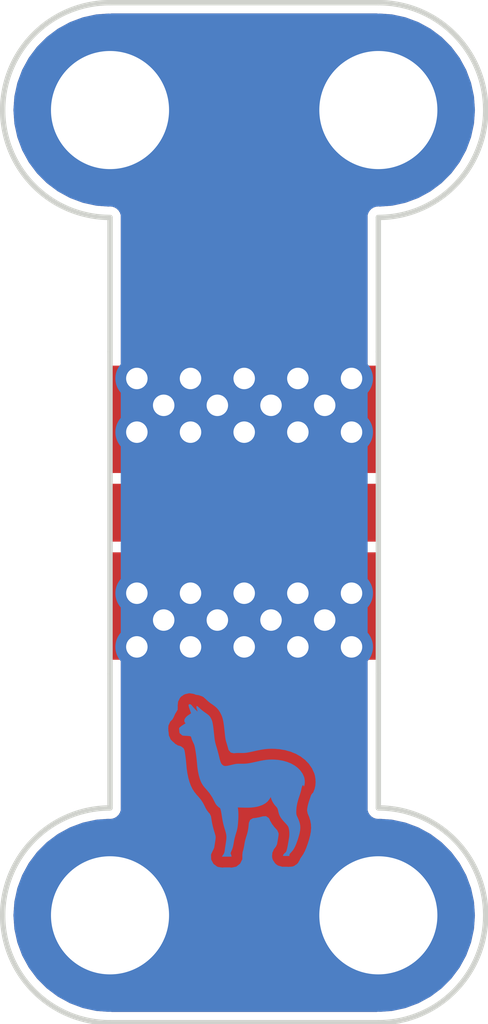
<source format=kicad_pcb>
(kicad_pcb (version 20211014) (generator pcbnew)
  (layers (0 "F.Cu" signal "Górna sygnałowa") (31 "B.Cu" signal "Dolna sygnałowa") (34 "B.Paste" user "Dolna pasty") (35 "F.Paste" user "Górna pasty") (36 "B.SilkS" user "Dolna opisowa") (37 "F.SilkS" user "Górna opisowa") (38 "B.Mask" user "Dolna sodermaski") (39 "F.Mask" user "Górna soldermaski") (44 "Edge.Cuts" user "Krawędziowa"))
  (net 0 "")
  (net 1 "GND")
  (net 2 "Net-(J1-Pad1)")
  (footprint "modular-rf-bench-footprints:M2-hole" (layer "F.Cu") (at 145 90)
    (fp_text reference "H4" hide)
    (fp_text value "M2" hide)
    (pad "1" thru_hole circle (at 0 0) (size 3.4 3.4) (drill 2.2) (layers *.Cu *.Mask) (net 1 "GND"))
  )
  (footprint "modular-rf-bench-footprints:edge-connector" (layer "F.Cu") (at 150 82.5)
    (fp_text reference "J1" hide)
    (fp_text value "Conn_01x02" hide)
    (pad "1" smd rect (at -1.5 0) (size 3 1.07801) (layers "F.Cu") (net 2 "Net-(J1-Pad1)"))
    (pad "2" smd rect (at -1.5 -1.739005) (size 3 2) (layers "F.Cu") (net 1 "GND"))
    (pad "2" smd rect (at -1.5 1.739005) (size 3 2) (layers "F.Cu") (net 1 "GND"))
  )
  (footprint "modular-rf-bench-footprints:M2-hole" (layer "F.Cu") (at 150 75)
    (fp_text reference "H3" hide)
    (fp_text value "M2" hide)
    (pad "1" thru_hole circle (at 0 0) (size 3.4 3.4) (drill 2.2) (layers *.Cu *.Mask) (net 1 "GND"))
  )
  (footprint "modular-rf-bench-footprints:edge-connector" (layer "F.Cu") (at 145 82.5 180)
    (fp_text reference "J2" hide)
    (fp_text value "Conn_01x02" hide)
    (pad "1" smd rect (at -1.5 0 180) (size 3 1.07801) (layers "F.Cu") (net 2 "Net-(J1-Pad1)"))
    (pad "2" smd rect (at -1.5 -1.739005 180) (size 3 2) (layers "F.Cu") (net 1 "GND"))
    (pad "2" smd rect (at -1.5 1.739005 180) (size 3 2) (layers "F.Cu") (net 1 "GND"))
  )
  (footprint "modular-rf-bench-footprints:M2-hole" (layer "F.Cu") (at 145 75)
    (fp_text reference "H1" hide)
    (fp_text value "M2" hide)
    (pad "1" thru_hole circle (at 0 0) (size 3.4 3.4) (drill 2.2) (layers *.Cu *.Mask) (net 1 "GND"))
  )
  (footprint "modular-rf-bench-footprints:M2-hole" (layer "F.Cu") (at 150 90)
    (fp_text reference "H2" hide)
    (fp_text value "M2" hide)
    (pad "1" thru_hole circle (at 0 0) (size 3.4 3.4) (drill 2.2) (layers *.Cu *.Mask) (net 1 "GND"))
  )
  (footprint "LOGO" (layer "B.Cu") (at 147.5 87.5 180)
    (fp_text reference "G***" hide)
    (fp_text value "LOGO" hide)
    (fp_poly (pts (xy 1.024241 1.430933) (xy 1.032984 1.426298) (xy 1.036499 1.41661) (xy 1.034907 1.400263) (xy 1.028333 1.375651) (xy 1.017065 1.341646) (xy 1.007234 1.313626) (xy 0.998718 1.29012) (xy 0.992386 1.273478) (xy 0.98911 1.26605) (xy 0.989011 1.265929) (xy 0.992402 1.261591) (xy 1.004045 1.252959) (xy 1.021428 1.241896) (xy 1.021593 1.241797) (xy 1.059324 1.215589) (xy 1.088019 1.188125) (xy 1.107104 1.160456) (xy 1.116006 1.133632) (xy 1.114151 1.108706) (xy 1.104222 1.090444) (xy 1.092506 1.075975) (xy 1.126441 1.055533) (xy 1.150548 1.039896) (xy 1.175454 1.022036) (xy 1.188267 1.011968) (xy 1.203899 0.998363) (xy 1.211748 0.988353) (xy 1.213828 0.97793) (xy 1.212298 0.964047) (xy 1.209283 0.9402) (xy 1.207212 0.916024) (xy 1.207135 0.914643) (xy 1.203927 0.895837) (xy 1.195677 0.885245) (xy 1.19228 0.88327) (xy 1.178318 0.873369) (xy 1.166481 0.861378) (xy 1.160445 0.854908) (xy 1.153092 0.850447) (xy 1.141984 0.84748) (xy 1.124682 0.845492) (xy 1.098745 0.843968) (xy 1.080213 0.843154) (xy 1.044421 0.840993) (xy 1.017479 0.837965) (xy 1.000803 0.834254) (xy 0.996763 0.832205) (xy 0.989548 0.821107) (xy 0.984117 0.804087) (xy 0.98359 0.801207) (xy 0.979175 0.785558) (xy 0.970425 0.762721) (xy 0.958842 0.736445) (xy 0.951994 0.72226) (xy 0.941693 0.700954) (xy 0.933668 0.682074) (xy 0.927186 0.662958) (xy 0.921515 0.640941) (xy 0.91592 0.613359) (xy 0.909669 0.577549) (xy 0.905928 0.55487) (xy 0.899093 0.509674) (xy 0.892435 0.459727) (xy 0.88655 0.409913) (xy 0.882034 0.365114) (xy 0.880555 0.347181) (xy 0.872016 0.257469) (xy 0.860391 0.177925) (xy 0.845339 0.106624) (xy 0.826764 0.042377) (xy 0.809419 -0.004277) (xy 0.789715 -0.044964) (xy 0.76555 -0.083099) (xy 0.734819 -0.122102) (xy 0.705329 -0.154907) (xy 0.646344 -0.22515) (xy 0.596235 -0.300953) (xy 0.558773 -0.372681) (xy 0.541867 -0.406709) (xy 0.526644 -0.43219) (xy 0.510964 -0.452374) (xy 0.497049 -0.466524) (xy 0.480447 -0.481231) (xy 0.466912 -0.491787) (xy 0.459303 -0.495969) (xy 0.459199 -0.495972) (xy 0.452033 -0.49989) (xy 0.445115 -0.512218) (xy 0.438199 -0.53382) (xy 0.43104 -0.565559) (xy 0.423393 -0.608297) (xy 0.418587 -0.638791) (xy 0.409728 -0.694595) (xy 0.401188 -0.741915) (xy 0.39209 -0.78461) (xy 0.381553 -0.826535) (xy 0.3687 -0.87155) (xy 0.356459 -0.911416) (xy 0.344169 -0.953183) (xy 0.335935 -0.988995) (xy 0.331577 -1.022192) (xy 0.330916 -1.056113) (xy 0.333773 -1.094097) (xy 0.33997 -1.139482) (xy 0.343158 -1.159336) (xy 0.34909 -1.196237) (xy 0.354629 -1.232404) (xy 0.359276 -1.264446) (xy 0.362528 -1.288971) (xy 0.363307 -1.295728) (xy 0.367706 -1.322729) (xy 0.37579 -1.345027) (xy 0.389971 -1.369066) (xy 0.391722 -1.371674) (xy 0.415839 -1.407322) (xy 0.234602 -1.407322) (xy 0.238791 -1.387173) (xy 0.24398 -1.369319) (xy 0.250235 -1.355611) (xy 0.253151 -1.347485) (xy 0.251724 -1.336439) (xy 0.245252 -1.31956) (xy 0.237613 -1.303269) (xy 0.225612 -1.275858) (xy 0.215393 -1.245956) (xy 0.206295 -1.211045) (xy 0.197654 -1.168609) (xy 0.189495 -1.120476) (xy 0.183449 -1.089204) (xy 0.174528 -1.051485) (xy 0.164039 -1.012546) (xy 0.155412 -0.984083) (xy 0.143612 -0.946382) (xy 0.1345 -0.913818) (xy 0.127523 -0.883315) (xy 0.122129 -0.851795) (xy 0.117764 -0.81618) (xy 0.113877 -0.773393) (xy 0.11116 -0.737759) (xy 0.107996 -0.675871) (xy 0.107514 -0.616631) (xy 0.109659 -0.563012) (xy 0.114371 -0.517987) (xy 0.11558 -0.510487) (xy 0.118961 -0.490903) (xy 0.007836 -0.494336) (xy -0.064637 -0.495248) (xy -0.127691 -0.492994) (xy -0.183955 -0.487325) (xy -0.236062 -0.477989) (xy -0.278777 -0.467062) (xy -0.342651 -0.443745) (xy -0.396244 -0.41372) (xy -0.439819 -0.376801) (xy -0.47364 -0.3328) (xy -0.4773 -0.326608) (xy -0.494416 -0.296736) (xy -0.498776 -0.314108) (xy -0.510693 -0.348417) (xy -0.529136 -0.386271) (xy -0.551447 -0.422891) (xy -0.574965 -0.453494) (xy -0.578457 -0.457297) (xy -0.598857 -0.479512) (xy -0.612541 -0.49708) (xy -0.621638 -0.514042) (xy -0.628277 -0.534439) (xy -0.634588 -0.562311) (xy -0.635104 -0.564798) (xy -0.646596 -0.608376) (xy -0.662899 -0.648185) (xy -0.685498 -0.686779) (xy -0.715877 -0.726712) (xy -0.753202 -0.768121) (xy -0.779544 -0.796187) (xy -0.798478 -0.817773) (xy -0.811553 -0.834974) (xy -0.820319 -0.849882) (xy -0.826326 -0.864593) (xy -0.827642 -0.868695) (xy -0.835962 -0.906128) (xy -0.840837 -0.950183) (xy -0.84194 -0.99548) (xy -0.838942 -1.036641) (xy -0.838212 -1.041542) (xy -0.826824 -1.111224) (xy -0.816742 -1.169454) (xy -0.807769 -1.217088) (xy -0.799708 -1.254983) (xy -0.79236 -1.283995) (xy -0.785528 -1.304979) (xy -0.779014 -1.318793) (xy -0.772621 -1.326291) (xy -0.772415 -1.326436) (xy -0.754117 -1.341596) (xy -0.737603 -1.359376) (xy -0.726256 -1.375897) (xy -0.723607 -1.382359) (xy -0.722795 -1.388066) (xy -0.725379 -1.391719) (xy -0.73349 -1.393774) (xy -0.749257 -1.394689) (xy -0.774809 -1.394919) (xy -0.782205 -1.394923) (xy -0.844088 -1.394923) (xy -0.842662 -1.377874) (xy -0.84391 -1.366947) (xy -0.850527 -1.354503) (xy -0.864069 -1.338151) (xy -0.877979 -1.323627) (xy -0.903666 -1.294183) (xy -0.927043 -1.259656) (xy -0.948996 -1.218336) (xy -0.970411 -1.168512) (xy -0.992172 -1.108474) (xy -0.997295 -1.093113) (xy -1.018181 -1.026132) (xy -1.033347 -0.968086) (xy -1.042762 -0.916897) (xy -1.046397 -0.870482) (xy -1.044223 -0.826761) (xy -1.036208 -0.783655) (xy -1.022324 -0.739082) (xy -1.00254 -0.690961) (xy -0.991164 -0.666463) (xy -0.981974 -0.646491) (xy -0.976012 -0.630289) (xy -0.9726 -0.614151) (xy -0.971061 -0.594372) (xy -0.970717 -0.567246) (xy -0.970756 -0.554869) (xy -0.975499 -0.488191) (xy -0.989046 -0.413576) (xy -1.011256 -0.331676) (xy -1.032127 -0.269685) (xy -1.043003 -0.237176) (xy -1.053214 -0.202425) (xy -1.061168 -0.171016) (xy -1.06365 -0.159127) (xy -1.071266 -0.125011) (xy -1.079527 -0.099128) (xy -1.087894 -0.082308) (xy -1.095834 -0.07538) (xy -1.10281 -0.079173) (xy -1.107525 -0.091219) (xy -1.110388 -0.101195) (xy -1.113023 -0.102109) (xy -1.117171 -0.092932) (xy -1.120634 -0.083469) (xy -1.127172 -0.054501) (xy -1.129564 -0.018502) (xy -1.127928 0.019917) (xy -1.122379 0.056142) (xy -1.116607 0.076675) (xy -1.088252 0.138399) (xy -1.049271 0.19473) (xy -1.0004 0.245235) (xy -0.942378 0.28948) (xy -0.875942 0.327034) (xy -0.80183 0.357464) (xy -0.720777 0.380337) (xy -0.633523 0.395219) (xy -0.564169 0.400891) (xy -0.511504 0.402113) (xy -0.461063 0.400577) (xy -0.409901 0.395957) (xy -0.35507 0.387925) (xy -0.293622 0.376156) (xy -0.244953 0.365485) (xy -0.1873 0.352564) (xy -0.139441 0.342452) (xy -0.099167 0.334845) (xy -0.06427 0.32944) (xy -0.03254 0.325931) (xy -0.001771 0.324016) (xy 0.030248 0.32339) (xy 0.059172 0.323629) (xy 0.092835 0.324024) (xy 0.119398 0.323621) (xy 0.14238 0.321984) (xy 0.165303 0.318683) (xy 0.191687 0.313283) (xy 0.225054 0.305353) (xy 0.242142 0.301126) (xy 0.28535 0.290848) (xy 0.318742 0.284267) (xy 0.34434 0.281392) (xy 0.364166 0.282228) (xy 0.380242 0.286785) (xy 0.394589 0.295068) (xy 0.403067 0.30171) (xy 0.415699 0.313971) (xy 0.426405 0.328696) (xy 0.435955 0.347767) (xy 0.445119 0.373066) (xy 0.454667 0.406473) (xy 0.46537 0.449872) (xy 0.46757 0.459281) (xy 0.478104 0.502297) (xy 0.490799 0.550568) (xy 0.504142 0.598527) (xy 0.516623 0.640607) (xy 0.518029 0.645117) (xy 0.527344 0.675477) (xy 0.534738 0.701766) (xy 0.540691 0.726574) (xy 0.545684 0.752494) (xy 0.550194 0.782117) (xy 0.554702 0.818035) (xy 0.559688 0.862838) (xy 0.561555 0.880352) (xy 0.568213 0.941628) (xy 0.574136 0.992075) (xy 0.579611 1.033223) (xy 0.58492 1.066601) (xy 0.590347 1.093737) (xy 0.596176 1.11616) (xy 0.602691 1.1354) (xy 0.610177 1.152985) (xy 0.613443 1.159771) (xy 0.625885 1.183287) (xy 0.638553 1.202582) (xy 0.653589 1.219845) (xy 0.673135 1.237267) (xy 0.699335 1.257038) (xy 0.72846 1.277342) (xy 0.758266 1.298913) (xy 0.789259 1.323308) (xy 0.817087 1.347014) (xy 0.832066 1.361029) (xy 0.850896 1.378662) (xy 0.867122 1.391944) (xy 0.878413 1.399057) (xy 0.881664 1.399683) (xy 0.889806 1.390913) (xy 0.890774 1.372925) (xy 0.884578 1.346604) (xy 0.880786 1.335766) (xy 0.873898 1.316694) (xy 0.869239 1.30253) (xy 0.867952 1.297258) (xy 0.87175 1.298406) (xy 0.881918 1.306969) (xy 0.896618 1.321068) (xy 0.914013 1.338821) (xy 0.932266 1.358352) (xy 0.949538 1.377779) (xy 0.963993 1.395225) (xy 0.964968 1.396473) (xy 0.981284 1.416118) (xy 0.993695 1.427188) (xy 1.004752 1.431697) (xy 1.010147 1.432121)) (layer "B.Cu") (width 0) (fill solid))
  )
  (gr_line (start 145 73) (end 150 73) (layer "Edge.Cuts") (width 0.1))
  (gr_line (start 145 79.5) (end 145 85.5) (layer "Edge.Cuts") (width 0.1))
  (gr_line (start 145 92) (end 150 92) (layer "Edge.Cuts") (width 0.1))
  (gr_line (start 150 77) (end 150 79.5) (layer "Edge.Cuts") (width 0.1))
  (gr_line (start 145 85.5) (end 145 88) (layer "Edge.Cuts") (width 0.1))
  (gr_arc (start 150 88) (mid 152 90) (end 150 92) (layer "Edge.Cuts") (width 0.1))
  (gr_arc (start 145 77) (mid 143 75) (end 145 73) (layer "Edge.Cuts") (width 0.1))
  (gr_line (start 150 85.5) (end 150 88) (layer "Edge.Cuts") (width 0.1))
  (gr_line (start 150 79.5) (end 150 85.5) (layer "Edge.Cuts") (width 0.1))
  (gr_line (start 145 77) (end 145 79.5) (layer "Edge.Cuts") (width 0.1))
  (gr_arc (start 150 73) (mid 152 75) (end 150 77) (layer "Edge.Cuts") (width 0.1))
  (gr_arc (start 145 92) (mid 143 90) (end 145 88) (layer "Edge.Cuts") (width 0.1))
  (via (at 148.5 81) (size 0.8) (drill 0.4) (layers "F.Cu" "B.Cu") (net 1))
  (via (at 149 80.5) (size 0.8) (drill 0.4) (layers "F.Cu" "B.Cu") (net 1))
  (via (at 147.5 85) (size 0.8) (drill 0.4) (layers "F.Cu" "B.Cu") (net 1))
  (via (at 147 80.5) (size 0.8) (drill 0.4) (layers "F.Cu" "B.Cu") (net 1))
  (via (at 149 84.5) (size 0.8) (drill 0.4) (layers "F.Cu" "B.Cu") (net 1))
  (via (at 146 80.5) (size 0.8) (drill 0.4) (layers "F.Cu" "B.Cu") (net 1))
  (via (at 146.5 84) (size 0.8) (drill 0.4) (layers "F.Cu" "B.Cu") (net 1))
  (via (at 148 80.5) (size 0.8) (drill 0.4) (layers "F.Cu" "B.Cu") (net 1))
  (via (at 149.5 81) (size 0.8) (drill 0.4) (layers "F.Cu" "B.Cu") (net 1))
  (via (at 148 84.5) (size 0.8) (drill 0.4) (layers "F.Cu" "B.Cu") (net 1))
  (via (at 148.5 84) (size 0.8) (drill 0.4) (layers "F.Cu" "B.Cu") (net 1))
  (via (at 149.5 85) (size 0.8) (drill 0.4) (layers "F.Cu" "B.Cu") (net 1))
  (via (at 147.5 84) (size 0.8) (drill 0.4) (layers "F.Cu" "B.Cu") (net 1))
  (via (at 146.5 81) (size 0.8) (drill 0.4) (layers "F.Cu" "B.Cu") (net 1))
  (via (at 146 84.5) (size 0.8) (drill 0.4) (layers "F.Cu" "B.Cu") (net 1))
  (via (at 147 84.5) (size 0.8) (drill 0.4) (layers "F.Cu" "B.Cu") (net 1))
  (via (at 146.5 80) (size 0.8) (drill 0.4) (layers "F.Cu" "B.Cu") (net 1))
  (via (at 148.5 80) (size 0.8) (drill 0.4) (layers "F.Cu" "B.Cu") (net 1))
  (via (at 147.5 80) (size 0.8) (drill 0.4) (layers "F.Cu" "B.Cu") (net 1))
  (via (at 148.5 85) (size 0.8) (drill 0.4) (layers "F.Cu" "B.Cu") (net 1))
  (via (at 147.5 81) (size 0.8) (drill 0.4) (layers "F.Cu" "B.Cu") (net 1))
  (via (at 145.5 80) (size 0.8) (drill 0.4) (layers "F.Cu" "B.Cu") (net 1))
  (via (at 146.5 85) (size 0.8) (drill 0.4) (layers "F.Cu" "B.Cu") (net 1))
  (via (at 145.5 84) (size 0.8) (drill 0.4) (layers "F.Cu" "B.Cu") (net 1))
  (via (at 149.5 80) (size 0.8) (drill 0.4) (layers "F.Cu" "B.Cu") (net 1))
  (via (at 145.5 81) (size 0.8) (drill 0.4) (layers "F.Cu" "B.Cu") (net 1))
  (via (at 149.5 84) (size 0.8) (drill 0.4) (layers "F.Cu" "B.Cu") (net 1))
  (via (at 145.5 85) (size 0.8) (drill 0.4) (layers "F.Cu" "B.Cu") (net 1))
  (zone (net 1) (net_name "GND") (layers F&B.Cu) (connect_pads yes (clearance 0.2)) (min_thickness 0.2) (fill yes (thermal_gap 0.508) (thermal_bridge_width 0.508))
    (polygon (pts (xy 152 92) (xy 143 92) (xy 143 73) (xy 152 73)))
  )
)
</source>
